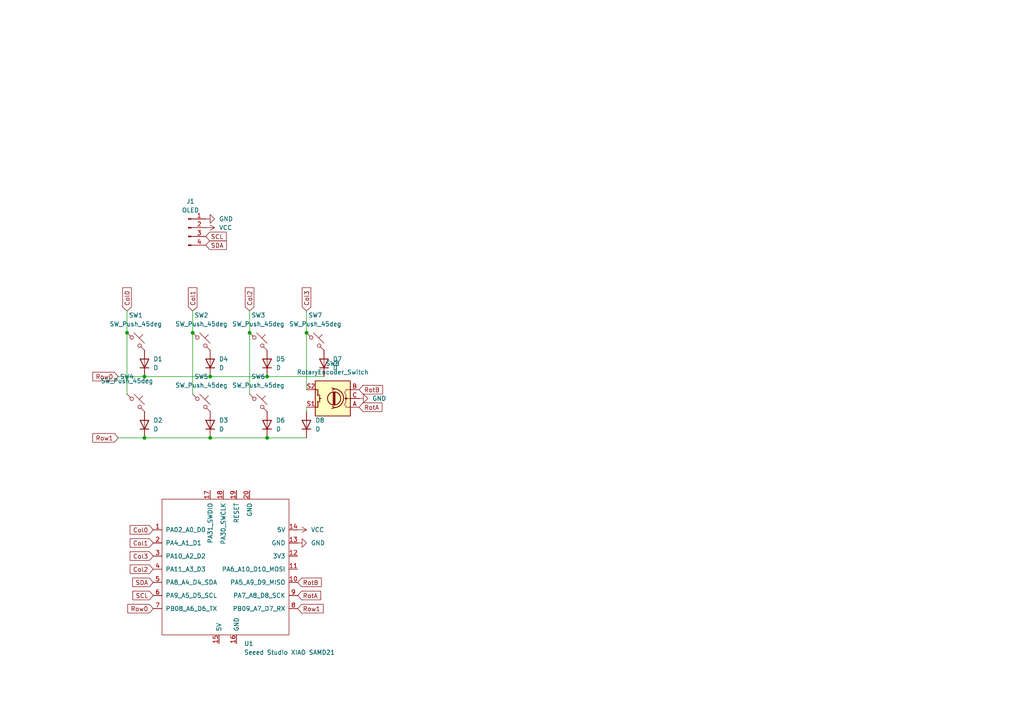
<source format=kicad_sch>
(kicad_sch (version 20231120) (generator "eeschema") (generator_version "8.0")
  (paper "A4")
  (lib_symbols
    (symbol "Connector:Conn_01x04_Pin" (pin_names (offset 1.016) hide)
      (property "Reference" "J" (at 0 5.08 0))
      (property "Value" "Conn_01x04_Pin" (at 0 -7.62 0))
      (symbol "Conn_01x04_Pin_1_1"
        (polyline (pts (xy 1.27 -5.08) (xy 0.8636 -5.08)) (stroke (width 0.1524)))
        (polyline (pts (xy 1.27 -2.54) (xy 0.8636 -2.54)) (stroke (width 0.1524)))
        (polyline (pts (xy 1.27 0) (xy 0.8636 0)) (stroke (width 0.1524)))
        (polyline (pts (xy 1.27 2.54) (xy 0.8636 2.54)) (stroke (width 0.1524)))
        (rectangle (start 0.8636 -4.953) (end 0 -5.207) (stroke (width 0.1524)) (fill (type outline)))
        (rectangle (start 0.8636 -2.413) (end 0 -2.667) (stroke (width 0.1524)) (fill (type outline)))
        (rectangle (start 0.8636 0.127) (end 0 -0.127) (stroke (width 0.1524)) (fill (type outline)))
        (rectangle (start 0.8636 2.667) (end 0 2.413) (stroke (width 0.1524)) (fill (type outline)))
        (pin passive line (at 5.08 2.54 180) (length 3.81) (name "Pin_1") (number "1"))
        (pin passive line (at 5.08 0 180) (length 3.81) (name "Pin_2") (number "2"))
        (pin passive line (at 5.08 -2.54 180) (length 3.81) (name "Pin_3") (number "3"))
        (pin passive line (at 5.08 -5.08 180) (length 3.81) (name "Pin_4") (number "4"))
      )
    )
    (symbol "Device:D" (pin_numbers hide) (pin_names (offset 1.016) hide)
      (property "Reference" "D" (at 0 2.54 0))
      (property "Value" "D" (at 0 -2.54 0))
      (symbol "D_0_1"
        (polyline (pts (xy -1.27 1.27) (xy -1.27 -1.27)) (stroke (width 0.254)))
        (polyline (pts (xy 1.27 0) (xy -1.27 0)))
        (polyline (pts (xy 1.27 1.27) (xy 1.27 -1.27) (xy -1.27 0) (xy 1.27 1.27)) (stroke (width 0.254)))
      )
      (symbol "D_1_1"
        (pin passive line (at -3.81 0 0) (length 2.54) (name "K") (number "1"))
        (pin passive line (at 3.81 0 180) (length 2.54) (name "A") (number "2"))
      )
    )
    (symbol "Device:RotaryEncoder_Switch" (pin_names (offset 0.254) hide)
      (property "Reference" "SW" (at 0 6.604 0))
      (property "Value" "RotaryEncoder_Switch" (at 0 -6.604 0))
      (symbol "RotaryEncoder_Switch_0_1"
        (rectangle (start -5.08 5.08) (end 5.08 -5.08) (stroke (width 0.254)) (fill (type background)))
        (circle (center -3.81 0) (radius 0.254) (fill (type outline)))
        (circle (center -0.381 0) (radius 1.905) (stroke (width 0.254)))
        (arc (start -0.381 2.667) (mid -3.0988 -0.0635) (end -0.381 -2.794) (stroke (width 0.254)))
        (polyline (pts (xy -0.635 -1.778) (xy -0.635 1.778)) (stroke (width 0.254)))
        (polyline (pts (xy -0.381 -1.778) (xy -0.381 1.778)) (stroke (width 0.254)))
        (polyline (pts (xy -0.127 1.778) (xy -0.127 -1.778)) (stroke (width 0.254)))
        (polyline (pts (xy 3.81 0) (xy 3.429 0)) (stroke (width 0.254)))
        (polyline (pts (xy 3.81 1.016) (xy 3.81 -1.016)) (stroke (width 0.254)))
        (polyline (pts (xy -5.08 -2.54) (xy -3.81 -2.54) (xy -3.81 -2.032)))
        (polyline (pts (xy -5.08 2.54) (xy -3.81 2.54) (xy -3.81 2.032)))
        (polyline (pts (xy 0.254 -3.048) (xy -0.508 -2.794) (xy 0.127 -2.413)) (stroke (width 0.254)))
        (polyline (pts (xy 0.254 2.921) (xy -0.508 2.667) (xy 0.127 2.286)) (stroke (width 0.254)))
        (polyline (pts (xy 5.08 -2.54) (xy 4.318 -2.54) (xy 4.318 -1.016)) (stroke (width 0.254)))
        (polyline (pts (xy 5.08 2.54) (xy 4.318 2.54) (xy 4.318 1.016)) (stroke (width 0.254)))
        (polyline (pts (xy -5.08 0) (xy -3.81 0) (xy -3.81 -1.016) (xy -3.302 -2.032)))
        (polyline (pts (xy -4.318 0) (xy -3.81 0) (xy -3.81 1.016) (xy -3.302 2.032)))
        (circle (center 4.318 -1.016) (radius 0.127) (stroke (width 0.254)))
        (circle (center 4.318 1.016) (radius 0.127) (stroke (width 0.254)))
      )
      (symbol "RotaryEncoder_Switch_1_1"
        (pin passive line (at -7.62 2.54 0) (length 2.54) (name "A") (number "A"))
        (pin passive line (at -7.62 -2.54 0) (length 2.54) (name "B") (number "B"))
        (pin passive line (at -7.62 0 0) (length 2.54) (name "C") (number "C"))
        (pin passive line (at 7.62 2.54 180) (length 2.54) (name "S1") (number "S1"))
        (pin passive line (at 7.62 -2.54 180) (length 2.54) (name "S2") (number "S2"))
      )
    )
    (symbol "SymLib:SW_Push_45deg" (pin_numbers hide) (pin_names (offset 1.016) hide)
      (property "Reference" "SW" (at 3.048 1.016 0))
      (property "Value" "SW_Push_45deg" (at 0 -3.81 0))
      (symbol "SW_Push_45deg_0_1"
        (circle (center -1.1684 1.1684) (radius 0.508))
        (polyline (pts (xy -0.508 2.54) (xy 2.54 -0.508)))
        (polyline (pts (xy 1.016 1.016) (xy 2.032 2.032)))
        (polyline (pts (xy -2.54 2.54) (xy -1.524 1.524) (xy -1.524 1.524)))
        (polyline (pts (xy 1.524 -1.524) (xy 2.54 -2.54) (xy 2.54 -2.54) (xy 2.54 -2.54)))
        (circle (center 1.143 -1.1938) (radius 0.508))
        (pin passive line (at -2.54 2.54 0) (length 0) (name "1") (number "1"))
        (pin passive line (at 2.54 -2.54 180) (length 0) (name "2") (number "2"))
      )
    )
    (symbol "SymLib:Seeed Studio XIAO SAMD21" (pin_names (offset 1.016))
      (property "Reference" "U" (at -19.05 22.86 0))
      (property "Value" "Seeed Studio XIAO SAMD21" (at -12.7 21.59 0))
      (symbol "Seeed Studio XIAO SAMD21_0_1"
        (rectangle (start -19.05 20.32) (end 17.78 -19.05))
      )
      (symbol "Seeed Studio XIAO SAMD21_1_1"
        (pin unspecified line (at -21.59 11.43 0) (length 2.54) (name "PA02_A0_D0") (number "1"))
        (pin unspecified line (at 20.32 -3.81 180) (length 2.54) (name "PA5_A9_D9_MISO") (number "10"))
        (pin unspecified line (at 20.32 0 180) (length 2.54) (name "PA6_A10_D10_MOSI") (number "11"))
        (pin unspecified line (at 20.32 3.81 180) (length 2.54) (name "3V3") (number "12"))
        (pin unspecified line (at 20.32 7.62 180) (length 2.54) (name "GND") (number "13"))
        (pin unspecified line (at 20.32 11.43 180) (length 2.54) (name "5V") (number "14"))
        (pin input line (at -2.54 -21.59 90) (length 2.54) (name "5V") (number "15"))
        (pin input line (at 2.54 -21.59 90) (length 2.54) (name "GND") (number "16"))
        (pin input line (at -5.08 22.86 270) (length 2.54) (name "PA31_SWDIO") (number "17"))
        (pin input line (at -1.27 22.86 270) (length 2.54) (name "PA30_SWCLK") (number "18"))
        (pin input line (at 2.54 22.86 270) (length 2.54) (name "RESET") (number "19"))
        (pin unspecified line (at -21.59 7.62 0) (length 2.54) (name "PA4_A1_D1") (number "2"))
        (pin input line (at 6.35 22.86 270) (length 2.54) (name "GND") (number "20"))
        (pin unspecified line (at -21.59 3.81 0) (length 2.54) (name "PA10_A2_D2") (number "3"))
        (pin unspecified line (at -21.59 0 0) (length 2.54) (name "PA11_A3_D3") (number "4"))
        (pin unspecified line (at -21.59 -3.81 0) (length 2.54) (name "PA8_A4_D4_SDA") (number "5"))
        (pin unspecified line (at -21.59 -7.62 0) (length 2.54) (name "PA9_A5_D5_SCL") (number "6"))
        (pin unspecified line (at -21.59 -11.43 0) (length 2.54) (name "PB08_A6_D6_TX") (number "7"))
        (pin unspecified line (at 20.32 -11.43 180) (length 2.54) (name "PB09_A7_D7_RX") (number "8"))
        (pin unspecified line (at 20.32 -7.62 180) (length 2.54) (name "PA7_A8_D8_SCK") (number "9"))
      )
    )
    (symbol "power:GND" (power) (pin_numbers hide) (pin_names (offset 0) hide)
      (property "Value" "GND" (at 0 -3.81 0))
      (symbol "GND_0_1"
        (polyline (pts (xy 0 0) (xy 0 -1.27) (xy 1.27 -1.27) (xy 0 -2.54) (xy -1.27 -1.27) (xy 0 -1.27)))
      )
      (symbol "GND_1_1"
        (pin power_in line (at 0 0 270) (length 0) (name "~") (number "1"))
      )
    )
    (symbol "power:VCC" (power) (pin_numbers hide) (pin_names (offset 0) hide)
      (property "Value" "VCC" (at 0 3.556 0))
      (symbol "VCC_0_1"
        (polyline (pts (xy -0.762 1.27) (xy 0 2.54)))
        (polyline (pts (xy 0 0) (xy 0 2.54)))
        (polyline (pts (xy 0 2.54) (xy 0.762 1.27)))
      )
      (symbol "VCC_1_1"
        (pin power_in line (at 0 0 90) (length 0) (name "~") (number "1"))
      )
    )
  )
  (junction (at 41.91 109.22))
  (junction (at 88.9 96.52))
  (junction (at 60.96 127))
  (junction (at 60.96 109.22))
  (junction (at 41.91 127))
  (junction (at 72.39 96.52))
  (junction (at 55.88 96.52))
  (junction (at 36.83 96.52))
  (junction (at 77.47 109.22))
  (junction (at 77.47 127))
  (wire (pts (xy 72.39 90.17) (xy 72.39 96.52)))
  (wire (pts (xy 34.29 127) (xy 41.91 127)))
  (wire (pts (xy 55.88 96.52) (xy 55.88 114.3)))
  (wire (pts (xy 34.29 109.22) (xy 41.91 109.22)))
  (wire (pts (xy 77.47 127) (xy 88.9 127)))
  (wire (pts (xy 88.9 119.38) (xy 88.9 118.11)))
  (wire (pts (xy 88.9 96.52) (xy 88.9 113.03)))
  (wire (pts (xy 72.39 96.52) (xy 72.39 114.3)))
  (wire (pts (xy 60.96 109.22) (xy 77.47 109.22)))
  (wire (pts (xy 36.83 90.17) (xy 36.83 96.52)))
  (wire (pts (xy 60.96 127) (xy 77.47 127)))
  (wire (pts (xy 77.47 109.22) (xy 93.98 109.22)))
  (wire (pts (xy 55.88 90.17) (xy 55.88 96.52)))
  (wire (pts (xy 36.83 96.52) (xy 36.83 114.3)))
  (wire (pts (xy 88.9 90.17) (xy 88.9 96.52)))
  (wire (pts (xy 41.91 109.22) (xy 60.96 109.22)))
  (wire (pts (xy 41.91 127) (xy 60.96 127)))
  (global_label "Col2" (shape input) (at 72.39 90.17 90) (property "Intersheetrefs" "${INTERSHEET_REFS}" (effects (hide yes))))
  (global_label "Col2" (shape input) (at 44.45 165.1 180) (property "Intersheetrefs" "${INTERSHEET_REFS}" (effects (hide yes))))
  (global_label "SDA" (shape input) (at 59.69 71.12 0) (property "Intersheetrefs" "${INTERSHEET_REFS}" (effects (hide yes))))
  (global_label "Col1" (shape input) (at 44.45 157.48 180) (property "Intersheetrefs" "${INTERSHEET_REFS}" (effects (hide yes))))
  (global_label "Row0" (shape input) (at 44.45 176.53 180) (property "Intersheetrefs" "${INTERSHEET_REFS}" (effects (hide yes))))
  (global_label "Col0" (shape input) (at 36.83 90.17 90) (property "Intersheetrefs" "${INTERSHEET_REFS}" (effects (hide yes))))
  (global_label "RotB" (shape input) (at 104.14 113.03 0) (property "Intersheetrefs" "${INTERSHEET_REFS}" (effects (hide yes))))
  (global_label "SCL" (shape input) (at 44.45 172.72 180) (property "Intersheetrefs" "${INTERSHEET_REFS}" (effects (hide yes))))
  (global_label "Row0" (shape input) (at 34.29 109.22 180) (property "Intersheetrefs" "${INTERSHEET_REFS}" (effects (hide yes))))
  (global_label "Col1" (shape input) (at 55.88 90.17 90) (property "Intersheetrefs" "${INTERSHEET_REFS}" (effects (hide yes))))
  (global_label "Col3" (shape input) (at 44.45 161.29 180) (property "Intersheetrefs" "${INTERSHEET_REFS}" (effects (hide yes))))
  (global_label "RotA" (shape input) (at 86.36 172.72 0) (property "Intersheetrefs" "${INTERSHEET_REFS}" (effects (hide yes))))
  (global_label "Col3" (shape input) (at 88.9 90.17 90) (property "Intersheetrefs" "${INTERSHEET_REFS}" (effects (hide yes))))
  (global_label "SCL" (shape input) (at 59.69 68.58 0) (property "Intersheetrefs" "${INTERSHEET_REFS}" (effects (hide yes))))
  (global_label "RotB" (shape input) (at 86.36 168.91 0) (property "Intersheetrefs" "${INTERSHEET_REFS}" (effects (hide yes))))
  (global_label "Col0" (shape input) (at 44.45 153.67 180) (property "Intersheetrefs" "${INTERSHEET_REFS}" (effects (hide yes))))
  (global_label "RotA" (shape input) (at 104.14 118.11 0) (property "Intersheetrefs" "${INTERSHEET_REFS}" (effects (hide yes))))
  (global_label "Row1" (shape input) (at 86.36 176.53 0) (property "Intersheetrefs" "${INTERSHEET_REFS}" (effects (hide yes))))
  (global_label "Row1" (shape input) (at 34.29 127 180) (property "Intersheetrefs" "${INTERSHEET_REFS}" (effects (hide yes))))
  (global_label "SDA" (shape input) (at 44.45 168.91 180) (property "Intersheetrefs" "${INTERSHEET_REFS}" (effects (hide yes))))
  (symbol (lib_id "power:VCC") (at 86.36 153.67 270) (unit 1)
    (property "Reference" "#PWR05" (effects (hide yes)))
    (property "Value" "VCC" (at 90.17 153.6699 90) (effects (justify left)))
    (property "Description" "Power symbol creates a global label with name \"VCC\"" (effects (hide yes)))
  )
  (symbol (lib_id "power:VCC") (at 59.69 66.04 270) (unit 1)
    (property "Reference" "#PWR04" (effects (hide yes)))
    (property "Value" "VCC" (at 63.5 66.0399 90) (effects (justify left)))
    (property "Description" "Power symbol creates a global label with name \"VCC\"" (effects (hide yes)))
  )
  (symbol (lib_id "Connector:Conn_01x04_Pin") (at 54.61 66.04 0) (unit 1)
    (property "Reference" "J1" (at 55.245 58.42 0))
    (property "Value" "OLED" (at 55.245 60.96 0))
    (property "Footprint" "Library:SSD1306-0.91-OLED-4pin-128x32" (effects (hide yes)))
    (property "Description" "Generic connector, single row, 01x04, script generated" (effects (hide yes)))
  )
  (symbol (lib_id "SymLib:SW_Push_45deg") (at 39.37 99.06 0) (unit 1)
    (property "Reference" "SW1" (at 39.37 91.44 0))
    (property "Value" "SW_Push_45deg" (at 39.37 93.98 0))
    (property "Footprint" "Library:SW_Cherry_MX_1.00u_PCB" (effects (hide yes)))
    (property "Description" "Push button switch, normally open, two pins, 45° tilted" (effects (hide yes)))
  )
  (symbol (lib_id "SymLib:SW_Push_45deg") (at 39.37 116.84 0) (unit 1)
    (property "Reference" "SW4" (at 36.83 109.22 0))
    (property "Value" "SW_Push_45deg" (at 36.83 110.49 0))
    (property "Footprint" "Library:SW_Cherry_MX_1.00u_PCB" (effects (hide yes)))
    (property "Description" "Push button switch, normally open, two pins, 45° tilted" (effects (hide yes)))
  )
  (symbol (lib_id "Device:D") (at 93.98 105.41 90) (unit 1)
    (property "Reference" "D7" (at 96.52 104.1399 90) (effects (justify right)))
    (property "Value" "D" (at 96.52 106.6799 90) (effects (justify right)))
    (property "Footprint" "Library:D_DO-35_SOD27_P7.62mm_Horizontal" (effects (hide yes)))
    (property "Description" "Diode" (effects (hide yes)))
    (property "Sim.Device" "D" (effects (hide yes)))
    (property "Sim.Pins" "1=K 2=A" (effects (hide yes)))
  )
  (symbol (lib_id "SymLib:SW_Push_45deg") (at 74.93 99.06 0) (unit 1)
    (property "Reference" "SW3" (at 74.93 91.44 0))
    (property "Value" "SW_Push_45deg" (at 74.93 93.98 0))
    (property "Footprint" "Library:SW_Cherry_MX_1.00u_PCB" (effects (hide yes)))
    (property "Description" "Push button switch, normally open, two pins, 45° tilted" (effects (hide yes)))
  )
  (symbol (lib_id "Device:D") (at 77.47 105.41 90) (unit 1)
    (property "Reference" "D5" (at 80.01 104.1399 90) (effects (justify right)))
    (property "Value" "D" (at 80.01 106.6799 90) (effects (justify right)))
    (property "Footprint" "Library:D_DO-35_SOD27_P7.62mm_Horizontal" (effects (hide yes)))
    (property "Description" "Diode" (effects (hide yes)))
    (property "Sim.Device" "D" (effects (hide yes)))
    (property "Sim.Pins" "1=K 2=A" (effects (hide yes)))
  )
  (symbol (lib_id "Device:RotaryEncoder_Switch") (at 96.52 115.57 180) (unit 1)
    (property "Reference" "SW8" (at 96.52 105.41 0))
    (property "Value" "RotaryEncoder_Switch" (at 96.52 107.95 0))
    (property "Footprint" "Library:RotaryEncoder_Alps_EC11E-Switch_Vertical_H20mm" (effects (hide yes)))
    (property "Description" "Rotary encoder, dual channel, incremental quadrate outputs, with switch" (effects (hide yes)))
  )
  (symbol (lib_id "Device:D") (at 88.9 123.19 90) (unit 1)
    (property "Reference" "D8" (at 91.44 121.9199 90) (effects (justify right)))
    (property "Value" "D" (at 91.44 124.4599 90) (effects (justify right)))
    (property "Footprint" "Library:D_DO-35_SOD27_P7.62mm_Horizontal" (effects (hide yes)))
    (property "Description" "Diode" (effects (hide yes)))
    (property "Sim.Device" "D" (effects (hide yes)))
    (property "Sim.Pins" "1=K 2=A" (effects (hide yes)))
  )
  (symbol (lib_id "SymLib:SW_Push_45deg") (at 91.44 99.06 0) (unit 1)
    (property "Reference" "SW7" (at 91.44 91.44 0))
    (property "Value" "SW_Push_45deg" (at 91.44 93.98 0))
    (property "Footprint" "Library:SW_Cherry_MX_1.00u_PCB" (effects (hide yes)))
    (property "Description" "Push button switch, normally open, two pins, 45° tilted" (effects (hide yes)))
  )
  (symbol (lib_id "power:GND") (at 104.14 115.57 90) (unit 1)
    (property "Reference" "#PWR01" (effects (hide yes)))
    (property "Value" "GND" (at 107.95 115.5699 90) (effects (justify right)))
    (property "Description" "Power symbol creates a global label with name \"GND\" , ground" (effects (hide yes)))
  )
  (symbol (lib_id "Device:D") (at 41.91 123.19 90) (unit 1)
    (property "Reference" "D2" (at 44.45 121.9199 90) (effects (justify right)))
    (property "Value" "D" (at 44.45 124.4599 90) (effects (justify right)))
    (property "Footprint" "Library:D_DO-35_SOD27_P7.62mm_Horizontal" (effects (hide yes)))
    (property "Description" "Diode" (effects (hide yes)))
    (property "Sim.Device" "D" (effects (hide yes)))
    (property "Sim.Pins" "1=K 2=A" (effects (hide yes)))
  )
  (symbol (lib_id "Device:D") (at 60.96 123.19 90) (unit 1)
    (property "Reference" "D3" (at 63.5 121.9199 90) (effects (justify right)))
    (property "Value" "D" (at 63.5 124.4599 90) (effects (justify right)))
    (property "Footprint" "Library:D_DO-35_SOD27_P7.62mm_Horizontal" (effects (hide yes)))
    (property "Description" "Diode" (effects (hide yes)))
    (property "Sim.Device" "D" (effects (hide yes)))
    (property "Sim.Pins" "1=K 2=A" (effects (hide yes)))
  )
  (symbol (lib_id "Device:D") (at 41.91 105.41 90) (unit 1)
    (property "Reference" "D1" (at 44.45 104.1399 90) (effects (justify right)))
    (property "Value" "D" (at 44.45 106.6799 90) (effects (justify right)))
    (property "Footprint" "Library:D_DO-35_SOD27_P7.62mm_Horizontal" (effects (hide yes)))
    (property "Description" "Diode" (effects (hide yes)))
    (property "Sim.Device" "D" (effects (hide yes)))
    (property "Sim.Pins" "1=K 2=A" (effects (hide yes)))
  )
  (symbol (lib_id "SymLib:SW_Push_45deg") (at 58.42 116.84 0) (unit 1)
    (property "Reference" "SW5" (at 58.42 109.22 0))
    (property "Value" "SW_Push_45deg" (at 58.42 111.76 0))
    (property "Footprint" "Library:SW_Cherry_MX_1.00u_PCB" (effects (hide yes)))
    (property "Description" "Push button switch, normally open, two pins, 45° tilted" (effects (hide yes)))
  )
  (symbol (lib_id "SymLib:SW_Push_45deg") (at 74.93 116.84 0) (unit 1)
    (property "Reference" "SW6" (at 74.93 109.22 0))
    (property "Value" "SW_Push_45deg" (at 74.93 111.76 0))
    (property "Footprint" "Library:SW_Cherry_MX_1.00u_PCB" (effects (hide yes)))
    (property "Description" "Push button switch, normally open, two pins, 45° tilted" (effects (hide yes)))
  )
  (symbol (lib_id "power:GND") (at 59.69 63.5 90) (unit 1)
    (property "Reference" "#PWR03" (effects (hide yes)))
    (property "Value" "GND" (at 63.5 63.4999 90) (effects (justify right)))
    (property "Description" "Power symbol creates a global label with name \"GND\" , ground" (effects (hide yes)))
  )
  (symbol (lib_id "power:GND") (at 86.36 157.48 90) (unit 1)
    (property "Reference" "#PWR02" (effects (hide yes)))
    (property "Value" "GND" (at 90.17 157.4799 90) (effects (justify right)))
    (property "Description" "Power symbol creates a global label with name \"GND\" , ground" (effects (hide yes)))
  )
  (symbol (lib_id "Device:D") (at 60.96 105.41 90) (unit 1)
    (property "Reference" "D4" (at 63.5 104.1399 90) (effects (justify right)))
    (property "Value" "D" (at 63.5 106.6799 90) (effects (justify right)))
    (property "Footprint" "Library:D_DO-35_SOD27_P7.62mm_Horizontal" (effects (hide yes)))
    (property "Description" "Diode" (effects (hide yes)))
    (property "Sim.Device" "D" (effects (hide yes)))
    (property "Sim.Pins" "1=K 2=A" (effects (hide yes)))
  )
  (symbol (lib_id "Device:D") (at 77.47 123.19 90) (unit 1)
    (property "Reference" "D6" (at 80.01 121.9199 90) (effects (justify right)))
    (property "Value" "D" (at 80.01 124.4599 90) (effects (justify right)))
    (property "Footprint" "Library:D_DO-35_SOD27_P7.62mm_Horizontal" (effects (hide yes)))
    (property "Description" "Diode" (effects (hide yes)))
    (property "Sim.Device" "D" (effects (hide yes)))
    (property "Sim.Pins" "1=K 2=A" (effects (hide yes)))
  )
  (symbol (lib_id "SymLib:Seeed Studio XIAO SAMD21") (at 66.04 165.1 0) (unit 1)
    (property "Reference" "U1" (at 70.7741 186.69 0) (effects (justify left)))
    (property "Value" "Seeed Studio XIAO SAMD21" (at 70.7741 189.23 0) (effects (justify left)))
    (property "Footprint" "Library:XIAO-Generic-Thruhole-14P-2.54-21X17.8MM" (effects (hide yes)))
  )
  (symbol (lib_id "SymLib:SW_Push_45deg") (at 58.42 99.06 0) (unit 1)
    (property "Reference" "SW2" (at 58.42 91.44 0))
    (property "Value" "SW_Push_45deg" (at 58.42 93.98 0))
    (property "Footprint" "Library:SW_Cherry_MX_1.00u_PCB" (effects (hide yes)))
    (property "Description" "Push button switch, normally open, two pins, 45° tilted" (effects (hide yes)))
  )
)
</source>
